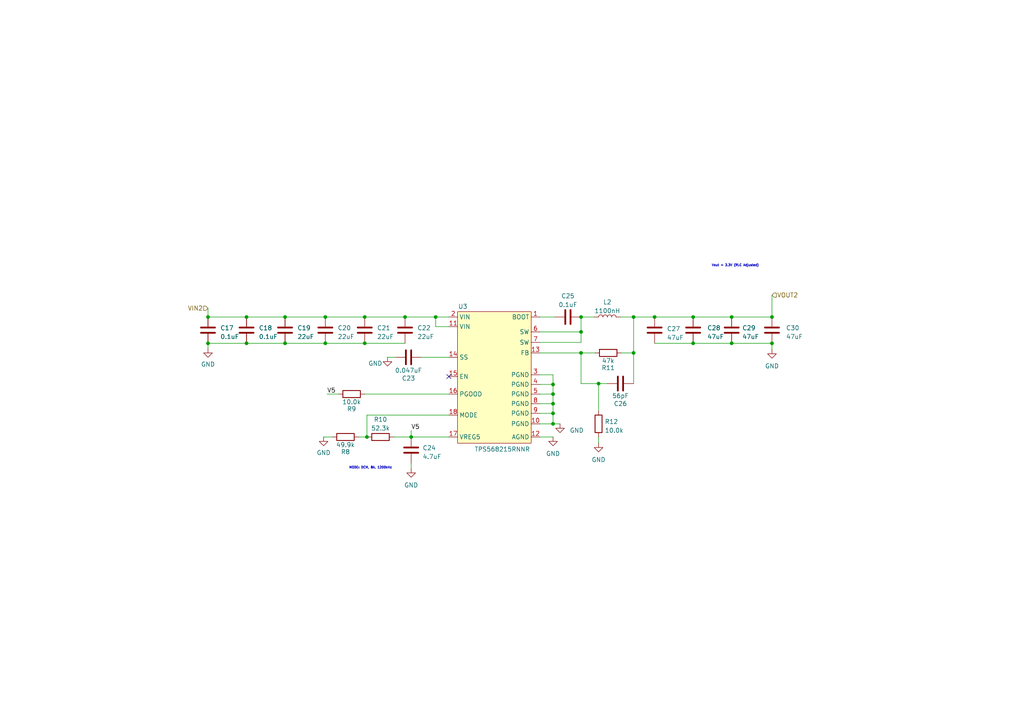
<source format=kicad_sch>
(kicad_sch (version 20230819) (generator eeschema)
  (paper "A4")
  (lib_symbols
    (symbol "Device:C" (pin_numbers hide) (pin_names (offset 0.254))
      (property "Reference" "C" (at 0.635 2.54 0))
      (property "Value" "C" (at 0.635 -2.54 0))
      (symbol "C_0_1"
        (polyline (pts (xy -2.032 -0.762) (xy 2.032 -0.762)) (stroke (width 0.508)))
        (polyline (pts (xy -2.032 0.762) (xy 2.032 0.762)) (stroke (width 0.508)))
      )
      (symbol "C_1_1"
        (pin passive line (at 0 3.81 270) (length 2.794) (name "~") (number "1"))
        (pin passive line (at 0 -3.81 90) (length 2.794) (name "~") (number "2"))
      )
    )
    (symbol "Device:L" (pin_numbers hide) (pin_names (offset 1.016) hide)
      (property "Reference" "L" (at -1.27 0 90))
      (property "Value" "L" (at 1.905 0 90))
      (symbol "L_0_1"
        (arc (start 0 -2.54) (mid 0.6323 -1.905) (end 0 -1.27))
        (arc (start 0 -1.27) (mid 0.6323 -0.635) (end 0 0))
        (arc (start 0 0) (mid 0.6323 0.635) (end 0 1.27))
        (arc (start 0 1.27) (mid 0.6323 1.905) (end 0 2.54))
      )
      (symbol "L_1_1"
        (pin passive line (at 0 3.81 270) (length 1.27) (name "1") (number "1"))
        (pin passive line (at 0 -3.81 90) (length 1.27) (name "2") (number "2"))
      )
    )
    (symbol "Device:R" (pin_numbers hide) (pin_names (offset 0))
      (property "Reference" "R" (at 2.032 0 90))
      (property "Value" "R" (at 0 0 90))
      (symbol "R_0_1"
        (rectangle (start -1.016 -2.54) (end 1.016 2.54) (stroke (width 0.254)))
      )
      (symbol "R_1_1"
        (pin passive line (at 0 3.81 270) (length 1.27) (name "~") (number "1"))
        (pin passive line (at 0 -3.81 90) (length 1.27) (name "~") (number "2"))
      )
    )
    (symbol "power:GND" (power) (pin_names (offset 0))
      (property "Value" "GND" (at 0 -3.81 0))
      (symbol "GND_0_1"
        (polyline (pts (xy 0 0) (xy 0 -1.27) (xy 1.27 -1.27) (xy 0 -2.54) (xy -1.27 -1.27) (xy 0 -1.27)))
      )
      (symbol "GND_1_1"
        (pin power_in line (at 0 0 270) (length 0) hide (name "GND") (number "1"))
      )
    )
    (symbol "tps568215rnnr:TPS568215RNNR"
      (property "Reference" "U" (at -9.906 20.32 0))
      (property "Value" "TPS568215RNNR" (at 3.048 20.32 0))
      (symbol "TPS568215RNNR_1_1"
        (rectangle (start -10.668 18.796) (end 10.668 -19.304) (fill (type background)))
        (pin input line (at 13.208 17.272 180) (length 2.54) (name "BOOT") (number "1"))
        (pin power_in line (at 13.208 -13.716 180) (length 2.54) (name "PGND") (number "10"))
        (pin power_in line (at -13.208 14.478 0) (length 2.54) (name "VIN") (number "11"))
        (pin power_in line (at 13.208 -17.526 180) (length 2.54) (name "AGND") (number "12"))
        (pin output line (at 13.208 6.858 180) (length 2.54) (name "FB") (number "13"))
        (pin input line (at -13.208 5.588 0) (length 2.54) (name "SS") (number "14"))
        (pin input line (at -13.208 0 0) (length 2.54) (name "EN") (number "15"))
        (pin output line (at -13.208 -5.08 0) (length 2.54) (name "PGOOD") (number "16"))
        (pin input line (at -13.208 -17.526 0) (length 2.54) (name "VREG5") (number "17"))
        (pin input line (at -13.208 -11.176 0) (length 2.54) (name "MODE") (number "18"))
        (pin power_in line (at -13.208 17.272 0) (length 2.54) (name "VIN") (number "2"))
        (pin power_in line (at 13.208 0.508 180) (length 2.54) (name "PGND") (number "3"))
        (pin power_in line (at 13.208 -2.286 180) (length 2.54) (name "PGND") (number "4"))
        (pin power_in line (at 13.208 -5.08 180) (length 2.54) (name "PGND") (number "5"))
        (pin output line (at 13.208 12.954 180) (length 2.54) (name "SW") (number "6"))
        (pin output line (at 13.208 9.906 180) (length 2.54) (name "SW") (number "7"))
        (pin power_in line (at 13.208 -7.874 180) (length 2.54) (name "PGND") (number "8"))
        (pin power_in line (at 13.208 -10.668 180) (length 2.54) (name "PGND") (number "9"))
      )
    )
  )
  (junction (at 160.401 122.936))
  (junction (at 160.401 117.094))
  (junction (at 106.426 126.746))
  (junction (at 60.325 99.568))
  (junction (at 223.901 99.568))
  (junction (at 168.529 96.266))
  (junction (at 160.401 114.3))
  (junction (at 183.769 91.948))
  (junction (at 94.361 99.568))
  (junction (at 212.217 91.948))
  (junction (at 105.791 91.948))
  (junction (at 60.325 91.948))
  (junction (at 82.677 99.568))
  (junction (at 201.041 99.568))
  (junction (at 168.529 91.948))
  (junction (at 183.769 102.362))
  (junction (at 160.401 111.506))
  (junction (at 117.475 91.948))
  (junction (at 105.791 99.568))
  (junction (at 168.529 102.362))
  (junction (at 160.401 119.888))
  (junction (at 94.361 91.948))
  (junction (at 71.501 91.948))
  (junction (at 212.217 99.568))
  (junction (at 119.253 126.746))
  (junction (at 189.865 91.948))
  (junction (at 201.041 91.948))
  (junction (at 126.365 91.948))
  (junction (at 173.609 111.252))
  (junction (at 71.501 99.568))
  (junction (at 223.901 91.948))
  (junction (at 82.677 91.948))
  (no_connect (at 130.175 109.22))
  (wire (pts (xy 201.041 91.948) (xy 212.217 91.948)))
  (wire (pts (xy 160.401 108.712) (xy 160.401 111.506)))
  (wire (pts (xy 156.591 99.314) (xy 168.529 99.314)))
  (wire (pts (xy 212.217 99.568) (xy 223.901 99.568)))
  (wire (pts (xy 71.501 91.948) (xy 82.677 91.948)))
  (wire (pts (xy 168.529 91.948) (xy 172.339 91.948)))
  (wire (pts (xy 183.769 102.362) (xy 183.769 91.948)))
  (wire (pts (xy 201.041 99.568) (xy 212.217 99.568)))
  (wire (pts (xy 173.609 111.252) (xy 168.529 111.252)))
  (wire (pts (xy 156.591 96.266) (xy 168.529 96.266)))
  (wire (pts (xy 160.401 117.094) (xy 160.401 119.888)))
  (wire (pts (xy 156.591 122.936) (xy 160.401 122.936)))
  (wire (pts (xy 183.769 91.948) (xy 179.959 91.948)))
  (wire (pts (xy 156.591 117.094) (xy 160.401 117.094)))
  (wire (pts (xy 223.901 85.598) (xy 223.901 91.948)))
  (wire (pts (xy 126.365 94.742) (xy 126.365 91.948)))
  (wire (pts (xy 82.677 91.948) (xy 94.361 91.948)))
  (wire (pts (xy 119.253 126.746) (xy 130.175 126.746)))
  (wire (pts (xy 105.791 99.568) (xy 117.475 99.568)))
  (wire (pts (xy 156.591 111.506) (xy 160.401 111.506)))
  (wire (pts (xy 156.591 91.948) (xy 160.909 91.948)))
  (wire (pts (xy 71.501 99.568) (xy 82.677 99.568)))
  (wire (pts (xy 189.865 91.948) (xy 201.041 91.948)))
  (wire (pts (xy 176.149 111.252) (xy 173.609 111.252)))
  (wire (pts (xy 223.901 99.568) (xy 223.901 101.346)))
  (wire (pts (xy 160.401 122.936) (xy 162.433 122.936)))
  (wire (pts (xy 60.325 99.568) (xy 60.325 101.092)))
  (wire (pts (xy 183.769 91.948) (xy 189.865 91.948)))
  (wire (pts (xy 180.213 102.362) (xy 183.769 102.362)))
  (wire (pts (xy 60.325 89.408) (xy 60.325 91.948)))
  (wire (pts (xy 106.426 120.396) (xy 106.426 126.746)))
  (wire (pts (xy 212.217 91.948) (xy 223.901 91.948)))
  (wire (pts (xy 119.253 134.366) (xy 119.253 135.89)))
  (wire (pts (xy 160.401 119.888) (xy 160.401 122.936)))
  (wire (pts (xy 117.475 91.948) (xy 126.365 91.948)))
  (wire (pts (xy 160.401 114.3) (xy 160.401 117.094)))
  (wire (pts (xy 168.529 111.252) (xy 168.529 102.362)))
  (wire (pts (xy 60.325 91.948) (xy 71.501 91.948)))
  (wire (pts (xy 183.769 111.252) (xy 183.769 102.362)))
  (wire (pts (xy 189.865 99.568) (xy 201.041 99.568)))
  (wire (pts (xy 112.395 103.632) (xy 114.681 103.632)))
  (wire (pts (xy 156.591 114.3) (xy 160.401 114.3)))
  (wire (pts (xy 114.173 126.746) (xy 119.253 126.746)))
  (wire (pts (xy 130.175 94.742) (xy 126.365 94.742)))
  (wire (pts (xy 105.791 114.3) (xy 130.175 114.3)))
  (wire (pts (xy 156.591 108.712) (xy 160.401 108.712)))
  (wire (pts (xy 94.869 114.3) (xy 98.171 114.3)))
  (wire (pts (xy 173.609 126.746) (xy 173.609 128.524)))
  (wire (pts (xy 106.426 120.396) (xy 130.175 120.396)))
  (wire (pts (xy 93.853 126.746) (xy 96.393 126.746)))
  (wire (pts (xy 106.426 126.746) (xy 106.553 126.746)))
  (wire (pts (xy 173.609 111.252) (xy 173.609 119.126)))
  (wire (pts (xy 60.325 99.568) (xy 71.501 99.568)))
  (wire (pts (xy 156.591 119.888) (xy 160.401 119.888)))
  (wire (pts (xy 94.361 91.948) (xy 105.791 91.948)))
  (wire (pts (xy 82.677 99.568) (xy 94.361 99.568)))
  (wire (pts (xy 94.361 99.568) (xy 105.791 99.568)))
  (wire (pts (xy 168.529 96.266) (xy 168.529 91.948)))
  (wire (pts (xy 160.401 111.506) (xy 160.401 114.3)))
  (wire (pts (xy 105.791 91.948) (xy 117.475 91.948)))
  (wire (pts (xy 168.529 102.362) (xy 172.593 102.362)))
  (wire (pts (xy 156.591 126.746) (xy 160.401 126.746)))
  (wire (pts (xy 126.365 91.948) (xy 130.175 91.948)))
  (wire (pts (xy 122.301 103.632) (xy 130.175 103.632)))
  (wire (pts (xy 119.253 124.841) (xy 119.253 126.746)))
  (wire (pts (xy 156.591 102.362) (xy 168.529 102.362)))
  (wire (pts (xy 104.013 126.746) (xy 106.426 126.746)))
  (wire (pts (xy 168.529 99.314) (xy 168.529 96.266)))
  (text "Vout = 3.3V (RLC Adjusted)" (at 206.375 77.47 0) (effects (font (size 0.64 0.64)) (justify left bottom)))
  (text "MODE: DCM, 8A, 1200kHz" (at 101.219 136.144 0) (effects (font (size 0.64 0.64)) (justify left bottom)))
  (label "V5" (at 94.869 114.3 0))
  (label "V5" (at 119.253 124.841 0))
  (hierarchical_label "VOUT2" (shape input) (at 223.901 85.598 0))
  (hierarchical_label "VIN2" (shape input) (at 60.325 89.408 180))
  (symbol (lib_id "Device:C") (at 119.253 130.556 0) (unit 1)
    (property "Reference" "C24" (at 122.555 129.921 0) (effects (justify left)))
    (property "Value" "4.7uF" (at 122.555 132.461 0) (effects (justify left)))
    (property "Footprint" "Capacitor_SMD:C_0603_1608Metric" (effects hide))
    (property "Description" "Unpolarized capacitor" (effects hide))
  )
  (symbol (lib_id "power:GND") (at 223.901 101.346 0) (unit 1)
    (property "Reference" "#PWR026" (effects hide))
    (property "Value" "GND" (at 223.901 106.172 0))
    (property "Description" "Power symbol creates a global label with name \"GND\" , ground" (effects hide))
    (instances (project "power" (path "" (reference "#PWR026") (unit 1)) (path "" (reference "#PWR025") (unit 1))))
  )
  (symbol (lib_id "Device:C") (at 105.791 95.758 0) (unit 1)
    (property "Reference" "C21" (at 109.347 95.123 0) (effects (justify left)))
    (property "Value" "22uF" (at 109.347 97.663 0) (effects (justify left)))
    (property "Footprint" "Capacitor_SMD:C_1206_3216Metric" (effects hide))
    (property "Description" "Unpolarized capacitor" (effects hide))
  )
  (symbol (lib_id "Device:R") (at 101.981 114.3 270) (unit 1)
    (property "Reference" "R9" (at 101.981 118.618 90))
    (property "Value" "10.0k" (at 101.981 116.586 90))
    (property "Footprint" "Resistor_SMD:R_0603_1608Metric" (effects hide))
    (property "Description" "Resistor" (effects hide))
  )
  (symbol (lib_id "Device:C") (at 201.041 95.758 0) (unit 1)
    (property "Reference" "C28" (at 205.105 95.123 0) (effects (justify left)))
    (property "Value" "47uF" (at 205.105 97.663 0) (effects (justify left)))
    (property "Footprint" "Capacitor_SMD:C_0805_2012Metric" (effects hide))
    (property "Description" "Unpolarized capacitor" (effects hide))
  )
  (symbol (lib_id "Device:C") (at 189.865 95.758 0) (unit 1)
    (property "Reference" "C27" (at 193.421 95.377 0) (effects (justify left)))
    (property "Value" "47uF" (at 193.421 97.917 0) (effects (justify left)))
    (property "Footprint" "Capacitor_SMD:C_0805_2012Metric" (effects hide))
    (property "Description" "Unpolarized capacitor" (effects hide))
  )
  (symbol (lib_id "power:GND") (at 93.853 126.746 0) (unit 1)
    (property "Reference" "#PWR019" (effects hide))
    (property "Value" "GND" (at 91.821 131.318 0) (effects (justify left)))
    (property "Description" "Power symbol creates a global label with name \"GND\" , ground" (effects hide))
    (instances (project "power" (path "" (reference "#PWR019") (unit 1)) (path "" (reference "#PWR018") (unit 1))))
  )
  (symbol (lib_id "Device:L") (at 176.149 91.948 90) (unit 1)
    (property "Reference" "L2" (at 176.149 87.63 90))
    (property "Value" "1100nH" (at 176.149 90.17 90))
    (property "Footprint" "Power:WE-HCI_7030_7040_705023" (effects hide))
    (property "Description" "Inductor" (effects hide))
  )
  (symbol (lib_id "power:GND") (at 162.433 122.936 0) (unit 1)
    (property "Reference" "#PWR023" (effects hide))
    (property "Value" "GND" (at 165.227 124.841 0) (effects (justify left)))
    (property "Description" "Power symbol creates a global label with name \"GND\" , ground" (effects hide))
    (instances (project "power" (path "" (reference "#PWR023") (unit 1)) (path "" (reference "#PWR022") (unit 1))))
  )
  (symbol (lib_id "Device:C") (at 212.217 95.758 0) (unit 1)
    (property "Reference" "C29" (at 215.265 95.123 0) (effects (justify left)))
    (property "Value" "47uF" (at 215.265 97.663 0) (effects (justify left)))
    (property "Footprint" "Capacitor_SMD:C_0805_2012Metric" (effects hide))
    (property "Description" "Unpolarized capacitor" (effects hide))
  )
  (symbol (lib_id "Device:C") (at 164.719 91.948 90) (unit 1)
    (property "Reference" "C25" (at 164.719 85.852 90))
    (property "Value" "0.1uF" (at 164.719 88.392 90))
    (property "Footprint" "Capacitor_SMD:C_0402_1005Metric" (effects hide))
    (property "Description" "Unpolarized capacitor" (effects hide))
  )
  (symbol (lib_id "Device:R") (at 100.203 126.746 270) (unit 1)
    (property "Reference" "R8" (at 100.203 131.064 90))
    (property "Value" "49.9k" (at 100.203 129.032 90))
    (property "Footprint" "Resistor_SMD:R_0603_1608Metric" (effects hide))
    (property "Description" "Resistor" (effects hide))
  )
  (symbol (lib_id "power:GND") (at 160.401 126.746 0) (unit 1)
    (property "Reference" "#PWR022" (effects hide))
    (property "Value" "GND" (at 160.401 131.572 0))
    (property "Description" "Power symbol creates a global label with name \"GND\" , ground" (effects hide))
    (instances (project "power" (path "" (reference "#PWR022") (unit 1)) (path "" (reference "#PWR021") (unit 1))))
  )
  (symbol (lib_id "Device:C") (at 82.677 95.758 0) (unit 1)
    (property "Reference" "C19" (at 86.233 95.123 0) (effects (justify left)))
    (property "Value" "22uF" (at 86.233 97.663 0) (effects (justify left)))
    (property "Footprint" "Capacitor_SMD:C_1206_3216Metric" (effects hide))
    (property "Description" "Unpolarized capacitor" (effects hide))
  )
  (symbol (lib_id "Device:C") (at 94.361 95.758 0) (unit 1)
    (property "Reference" "C20" (at 97.917 95.123 0) (effects (justify left)))
    (property "Value" "22uF" (at 97.917 97.663 0) (effects (justify left)))
    (property "Footprint" "Capacitor_SMD:C_1206_3216Metric" (effects hide))
    (property "Description" "Unpolarized capacitor" (effects hide))
  )
  (symbol (lib_id "Device:R") (at 176.403 102.362 270) (unit 1)
    (property "Reference" "R11" (at 176.403 106.68 90))
    (property "Value" "47k" (at 176.403 104.648 90))
    (property "Footprint" "Resistor_SMD:R_0603_1608Metric" (effects hide))
    (property "Description" "Resistor" (effects hide))
    (instances (project "power" (path "" (reference "R11") (unit 1)) (path "" (reference "R12") (unit 1))))
  )
  (symbol (lib_id "power:GND") (at 119.253 135.89 0) (unit 1)
    (property "Reference" "#PWR021" (effects hide))
    (property "Value" "GND" (at 119.253 140.716 0))
    (property "Description" "Power symbol creates a global label with name \"GND\" , ground" (effects hide))
    (instances (project "power" (path "" (reference "#PWR021") (unit 1)) (path "" (reference "#PWR020") (unit 1))))
  )
  (symbol (lib_id "tps568215rnnr:TPS568215RNNR") (at 143.383 109.22 0) (unit 1)
    (property "Reference" "U3" (at 134.239 88.9 0))
    (property "Value" "TPS568215RNNR" (at 145.669 130.302 0))
    (property "Footprint" "Power:QFN50P350X350X100-18N" (effects hide))
  )
  (symbol (lib_id "Device:R") (at 110.363 126.746 90) (unit 1)
    (property "Reference" "R10" (at 110.363 121.666 90))
    (property "Value" "52.3k" (at 110.363 124.206 90))
    (property "Footprint" "Resistor_SMD:R_0603_1608Metric" (effects hide))
    (property "Description" "Resistor" (effects hide))
  )
  (symbol (lib_id "Device:C") (at 71.501 95.758 0) (unit 1)
    (property "Reference" "C18" (at 75.057 95.123 0) (effects (justify left)))
    (property "Value" "0.1uF" (at 75.057 97.663 0) (effects (justify left)))
    (property "Footprint" "Capacitor_SMD:C_0603_1608Metric" (effects hide))
    (property "Description" "Unpolarized capacitor" (effects hide))
  )
  (symbol (lib_id "Device:C") (at 179.959 111.252 90) (unit 1)
    (property "Reference" "C26" (at 179.959 117.094 90))
    (property "Value" "56pF" (at 179.959 114.808 90))
    (property "Footprint" "Capacitor_SMD:C_0402_1005Metric" (effects hide))
    (property "Description" "Unpolarized capacitor" (effects hide))
  )
  (symbol (lib_id "Device:R") (at 173.609 122.936 0) (unit 1)
    (property "Reference" "R12" (at 175.387 122.301 0) (effects (justify left)))
    (property "Value" "10.0k" (at 175.387 124.841 0) (effects (justify left)))
    (property "Footprint" "Resistor_SMD:R_0603_1608Metric" (effects hide))
    (property "Description" "Resistor" (effects hide))
    (instances (project "power" (path "" (reference "R12") (unit 1)) (path "" (reference "R11") (unit 1))))
  )
  (symbol (lib_id "Device:C") (at 117.475 95.758 0) (unit 1)
    (property "Reference" "C22" (at 121.031 95.123 0) (effects (justify left)))
    (property "Value" "22uF" (at 121.031 97.663 0) (effects (justify left)))
    (property "Footprint" "Capacitor_SMD:C_1206_3216Metric" (effects hide))
    (property "Description" "Unpolarized capacitor" (effects hide))
  )
  (symbol (lib_id "Device:C") (at 223.901 95.758 0) (unit 1)
    (property "Reference" "C30" (at 227.965 95.123 0) (effects (justify left)))
    (property "Value" "47uF" (at 227.965 97.663 0) (effects (justify left)))
    (property "Footprint" "Capacitor_SMD:C_0805_2012Metric" (effects hide))
    (property "Description" "Unpolarized capacitor" (effects hide))
  )
  (symbol (lib_id "Device:C") (at 118.491 103.632 90) (unit 1)
    (property "Reference" "C23" (at 118.491 109.728 90))
    (property "Value" "0.047uF" (at 118.491 107.442 90))
    (property "Footprint" "Capacitor_SMD:C_0402_1005Metric" (effects hide))
    (property "Description" "Unpolarized capacitor" (effects hide))
  )
  (symbol (lib_id "power:GND") (at 60.325 101.092 0) (unit 1)
    (property "Reference" "#PWR018" (effects hide))
    (property "Value" "GND" (at 60.325 105.664 0))
    (property "Description" "Power symbol creates a global label with name \"GND\" , ground" (effects hide))
    (instances (project "power" (path "" (reference "#PWR018") (unit 1)) (path "" (reference "#PWR016") (unit 1))))
  )
  (symbol (lib_id "power:GND") (at 112.395 103.632 0) (unit 1)
    (property "Reference" "#PWR020" (effects hide))
    (property "Value" "GND" (at 106.807 105.41 0) (effects (justify left)))
    (property "Description" "Power symbol creates a global label with name \"GND\" , ground" (effects hide))
    (instances (project "power" (path "" (reference "#PWR020") (unit 1)) (path "" (reference "#PWR019") (unit 1))))
  )
  (symbol (lib_id "power:GND") (at 173.609 128.524 0) (unit 1)
    (property "Reference" "#PWR024" (effects hide))
    (property "Value" "GND" (at 173.609 133.35 0))
    (property "Description" "Power symbol creates a global label with name \"GND\" , ground" (effects hide))
    (instances (project "power" (path "" (reference "#PWR024") (unit 1)) (path "" (reference "#PWR023") (unit 1))))
  )
  (symbol (lib_id "Device:C") (at 60.325 95.758 0) (unit 1)
    (property "Reference" "C17" (at 63.881 95.123 0) (effects (justify left)))
    (property "Value" "0.1uF" (at 63.881 97.663 0) (effects (justify left)))
    (property "Footprint" "Capacitor_SMD:C_0603_1608Metric" (effects hide))
    (property "Description" "Unpolarized capacitor" (effects hide))
  )
)
</source>
